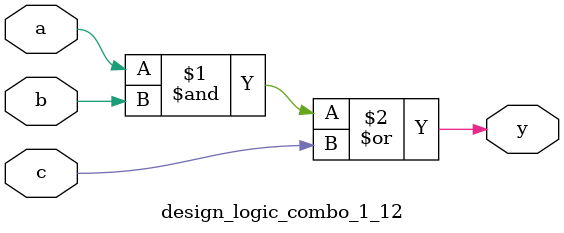
<source format=sv>
module design_logic_combo_1_12(input logic a,b,c, output logic y);
  assign y = (a & b) | c;
endmodule

</source>
